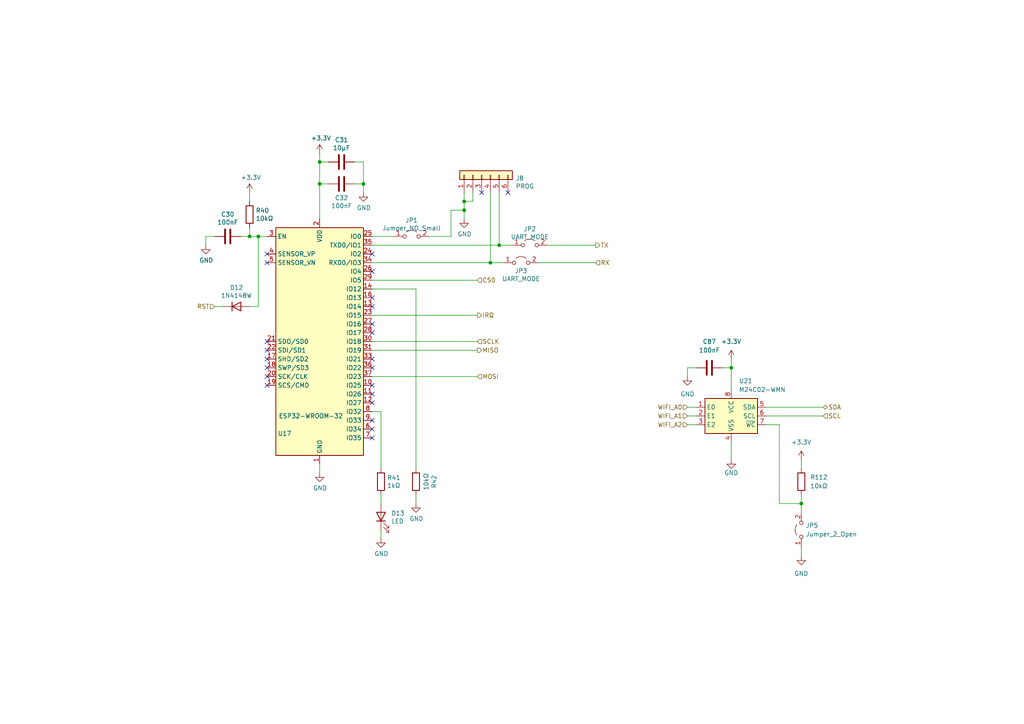
<source format=kicad_sch>
(kicad_sch (version 20230121) (generator eeschema)
  (paper "A4")
  (lib_symbols
    (symbol "Connector_Generic:Conn_01x06" (pin_names (offset 1.016) hide)
      (property "Reference" "J" (at 0 7.62 0))
      (property "Value" "Conn_01x06" (at 0 -10.16 0))
      (symbol "Conn_01x06_1_1"
        (rectangle (start -1.27 -7.493) (end 0 -7.747) (stroke (width 0.1524)))
        (rectangle (start -1.27 -4.953) (end 0 -5.207) (stroke (width 0.1524)))
        (rectangle (start -1.27 -2.413) (end 0 -2.667) (stroke (width 0.1524)))
        (rectangle (start -1.27 0.127) (end 0 -0.127) (stroke (width 0.1524)))
        (rectangle (start -1.27 2.667) (end 0 2.413) (stroke (width 0.1524)))
        (rectangle (start -1.27 5.207) (end 0 4.953) (stroke (width 0.1524)))
        (rectangle (start -1.27 6.35) (end 1.27 -8.89) (stroke (width 0.254)) (fill (type background)))
        (pin passive line (at -5.08 5.08 0) (length 3.81) (name "Pin_1") (number "1"))
        (pin passive line (at -5.08 2.54 0) (length 3.81) (name "Pin_2") (number "2"))
        (pin passive line (at -5.08 0 0) (length 3.81) (name "Pin_3") (number "3"))
        (pin passive line (at -5.08 -2.54 0) (length 3.81) (name "Pin_4") (number "4"))
        (pin passive line (at -5.08 -5.08 0) (length 3.81) (name "Pin_5") (number "5"))
        (pin passive line (at -5.08 -7.62 0) (length 3.81) (name "Pin_6") (number "6"))
      )
    )
    (symbol "Device:C" (pin_numbers hide) (pin_names (offset 0.254))
      (property "Reference" "C" (at 0.635 2.54 0))
      (property "Value" "C" (at 0.635 -2.54 0))
      (symbol "C_0_1"
        (polyline (pts (xy -2.032 -0.762) (xy 2.032 -0.762)) (stroke (width 0.508)))
        (polyline (pts (xy -2.032 0.762) (xy 2.032 0.762)) (stroke (width 0.508)))
      )
      (symbol "C_1_1"
        (pin passive line (at 0 3.81 270) (length 2.794) (name "~") (number "1"))
        (pin passive line (at 0 -3.81 90) (length 2.794) (name "~") (number "2"))
      )
    )
    (symbol "Device:D" (pin_numbers hide) (pin_names (offset 1.016) hide)
      (property "Reference" "D" (at 0 2.54 0))
      (property "Value" "D" (at 0 -2.54 0))
      (symbol "D_0_1"
        (polyline (pts (xy -1.27 1.27) (xy -1.27 -1.27)) (stroke (width 0.254)))
        (polyline (pts (xy 1.27 0) (xy -1.27 0)))
        (polyline (pts (xy 1.27 1.27) (xy 1.27 -1.27) (xy -1.27 0) (xy 1.27 1.27)) (stroke (width 0.254)))
      )
      (symbol "D_1_1"
        (pin passive line (at -3.81 0 0) (length 2.54) (name "K") (number "1"))
        (pin passive line (at 3.81 0 180) (length 2.54) (name "A") (number "2"))
      )
    )
    (symbol "Device:LED" (pin_numbers hide) (pin_names (offset 1.016) hide)
      (property "Reference" "D" (at 0 2.54 0))
      (property "Value" "LED" (at 0 -2.54 0))
      (symbol "LED_0_1"
        (polyline (pts (xy -1.27 -1.27) (xy -1.27 1.27)) (stroke (width 0.254)))
        (polyline (pts (xy -1.27 0) (xy 1.27 0)))
        (polyline (pts (xy 1.27 -1.27) (xy 1.27 1.27) (xy -1.27 0) (xy 1.27 -1.27)) (stroke (width 0.254)))
        (polyline (pts (xy -3.048 -0.762) (xy -4.572 -2.286) (xy -3.81 -2.286) (xy -4.572 -2.286) (xy -4.572 -1.524)))
        (polyline (pts (xy -1.778 -0.762) (xy -3.302 -2.286) (xy -2.54 -2.286) (xy -3.302 -2.286) (xy -3.302 -1.524)))
      )
      (symbol "LED_1_1"
        (pin passive line (at -3.81 0 0) (length 2.54) (name "K") (number "1"))
        (pin passive line (at 3.81 0 180) (length 2.54) (name "A") (number "2"))
      )
    )
    (symbol "Device:R" (pin_numbers hide) (pin_names (offset 0))
      (property "Reference" "R" (at 2.032 0 90))
      (property "Value" "R" (at 0 0 90))
      (symbol "R_0_1"
        (rectangle (start -1.016 -2.54) (end 1.016 2.54) (stroke (width 0.254)))
      )
      (symbol "R_1_1"
        (pin passive line (at 0 3.81 270) (length 1.27) (name "~") (number "1"))
        (pin passive line (at 0 -3.81 90) (length 1.27) (name "~") (number "2"))
      )
    )
    (symbol "Jumper:Jumper_2_Open" (pin_names (offset 0) hide)
      (property "Reference" "JP" (at 0 2.794 0))
      (property "Value" "Jumper_2_Open" (at 0 -2.286 0))
      (symbol "Jumper_2_Open_0_0"
        (circle (center -2.032 0) (radius 0.508))
        (circle (center 2.032 0) (radius 0.508))
      )
      (symbol "Jumper_2_Open_0_1"
        (arc (start 1.524 1.27) (mid 0 1.778) (end -1.524 1.27))
      )
      (symbol "Jumper_2_Open_1_1"
        (pin passive line (at -5.08 0 0) (length 2.54) (name "A") (number "1"))
        (pin passive line (at 5.08 0 180) (length 2.54) (name "B") (number "2"))
      )
    )
    (symbol "Memory_EEPROM:M24C02-WMN"
      (property "Reference" "U" (at -6.35 6.35 0))
      (property "Value" "M24C02-WMN" (at 7.62 6.35 0))
      (symbol "M24C02-WMN_0_1"
        (rectangle (start -7.62 5.08) (end 7.62 -5.08) (stroke (width 0.254)) (fill (type background)))
      )
      (symbol "M24C02-WMN_1_1"
        (pin input line (at -10.16 2.54 0) (length 2.54) (name "E0") (number "1"))
        (pin input line (at -10.16 0 0) (length 2.54) (name "E1") (number "2"))
        (pin input line (at -10.16 -2.54 0) (length 2.54) (name "E2") (number "3"))
        (pin power_in line (at 0 -7.62 90) (length 2.54) (name "VSS") (number "4"))
        (pin bidirectional line (at 10.16 2.54 180) (length 2.54) (name "SDA") (number "5"))
        (pin input line (at 10.16 0 180) (length 2.54) (name "SCL") (number "6"))
        (pin input line (at 10.16 -2.54 180) (length 2.54) (name "~{WC}") (number "7"))
        (pin power_in line (at 0 7.62 270) (length 2.54) (name "VCC") (number "8"))
      )
    )
    (symbol "RF_Module:ESP32-WROOM-32"
      (property "Reference" "U" (at -12.7 34.29 0))
      (property "Value" "ESP32-WROOM-32" (at 1.27 34.29 0))
      (symbol "ESP32-WROOM-32_0_1"
        (rectangle (start -12.7 33.02) (end 12.7 -33.02) (stroke (width 0.254)) (fill (type background)))
      )
      (symbol "ESP32-WROOM-32_1_1"
        (pin power_in line (at 0 -35.56 90) (length 2.54) (name "GND") (number "1"))
        (pin bidirectional line (at 15.24 -12.7 180) (length 2.54) (name "IO25") (number "10"))
        (pin bidirectional line (at 15.24 -15.24 180) (length 2.54) (name "IO26") (number "11"))
        (pin bidirectional line (at 15.24 -17.78 180) (length 2.54) (name "IO27") (number "12"))
        (pin bidirectional line (at 15.24 10.16 180) (length 2.54) (name "IO14") (number "13"))
        (pin bidirectional line (at 15.24 15.24 180) (length 2.54) (name "IO12") (number "14"))
        (pin passive line (at 0 -35.56 90) (length 2.54) hide (name "GND") (number "15"))
        (pin bidirectional line (at 15.24 12.7 180) (length 2.54) (name "IO13") (number "16"))
        (pin bidirectional line (at -15.24 -5.08 0) (length 2.54) (name "SHD/SD2") (number "17"))
        (pin bidirectional line (at -15.24 -7.62 0) (length 2.54) (name "SWP/SD3") (number "18"))
        (pin bidirectional line (at -15.24 -12.7 0) (length 2.54) (name "SCS/CMD") (number "19"))
        (pin power_in line (at 0 35.56 270) (length 2.54) (name "VDD") (number "2"))
        (pin bidirectional line (at -15.24 -10.16 0) (length 2.54) (name "SCK/CLK") (number "20"))
        (pin bidirectional line (at -15.24 0 0) (length 2.54) (name "SDO/SD0") (number "21"))
        (pin bidirectional line (at -15.24 -2.54 0) (length 2.54) (name "SDI/SD1") (number "22"))
        (pin bidirectional line (at 15.24 7.62 180) (length 2.54) (name "IO15") (number "23"))
        (pin bidirectional line (at 15.24 25.4 180) (length 2.54) (name "IO2") (number "24"))
        (pin bidirectional line (at 15.24 30.48 180) (length 2.54) (name "IO0") (number "25"))
        (pin bidirectional line (at 15.24 20.32 180) (length 2.54) (name "IO4") (number "26"))
        (pin bidirectional line (at 15.24 5.08 180) (length 2.54) (name "IO16") (number "27"))
        (pin bidirectional line (at 15.24 2.54 180) (length 2.54) (name "IO17") (number "28"))
        (pin bidirectional line (at 15.24 17.78 180) (length 2.54) (name "IO5") (number "29"))
        (pin input line (at -15.24 30.48 0) (length 2.54) (name "EN") (number "3"))
        (pin bidirectional line (at 15.24 0 180) (length 2.54) (name "IO18") (number "30"))
        (pin bidirectional line (at 15.24 -2.54 180) (length 2.54) (name "IO19") (number "31"))
        (pin no_connect line (at -12.7 -27.94 0) (length 2.54) hide (name "NC") (number "32"))
        (pin bidirectional line (at 15.24 -5.08 180) (length 2.54) (name "IO21") (number "33"))
        (pin bidirectional line (at 15.24 22.86 180) (length 2.54) (name "RXD0/IO3") (number "34"))
        (pin bidirectional line (at 15.24 27.94 180) (length 2.54) (name "TXD0/IO1") (number "35"))
        (pin bidirectional line (at 15.24 -7.62 180) (length 2.54) (name "IO22") (number "36"))
        (pin bidirectional line (at 15.24 -10.16 180) (length 2.54) (name "IO23") (number "37"))
        (pin passive line (at 0 -35.56 90) (length 2.54) hide (name "GND") (number "38"))
        (pin passive line (at 0 -35.56 90) (length 2.54) hide (name "GND") (number "39"))
        (pin input line (at -15.24 25.4 0) (length 2.54) (name "SENSOR_VP") (number "4"))
        (pin input line (at -15.24 22.86 0) (length 2.54) (name "SENSOR_VN") (number "5"))
        (pin input line (at 15.24 -25.4 180) (length 2.54) (name "IO34") (number "6"))
        (pin input line (at 15.24 -27.94 180) (length 2.54) (name "IO35") (number "7"))
        (pin bidirectional line (at 15.24 -20.32 180) (length 2.54) (name "IO32") (number "8"))
        (pin bidirectional line (at 15.24 -22.86 180) (length 2.54) (name "IO33") (number "9"))
      )
    )
    (symbol "power:+3.3V" (power) (pin_names (offset 0))
      (property "Value" "+3.3V" (at 0 3.556 0))
      (symbol "+3.3V_0_1"
        (polyline (pts (xy -0.762 1.27) (xy 0 2.54)))
        (polyline (pts (xy 0 0) (xy 0 2.54)))
        (polyline (pts (xy 0 2.54) (xy 0.762 1.27)))
      )
      (symbol "+3.3V_1_1"
        (pin power_in line (at 0 0 90) (length 0) hide (name "+3.3V") (number "1"))
      )
    )
    (symbol "power:GND" (power) (pin_names (offset 0))
      (property "Value" "GND" (at 0 -3.81 0))
      (symbol "GND_0_1"
        (polyline (pts (xy 0 0) (xy 0 -1.27) (xy 1.27 -1.27) (xy 0 -2.54) (xy -1.27 -1.27) (xy 0 -1.27)))
      )
      (symbol "GND_1_1"
        (pin power_in line (at 0 0 270) (length 0) hide (name "GND") (number "1"))
      )
    )
  )
  (junction (at 144.78 71.12))
  (junction (at 72.39 68.58))
  (junction (at 92.71 46.99))
  (junction (at 74.93 68.58))
  (junction (at 105.41 53.34))
  (junction (at 92.71 53.34))
  (junction (at 134.62 60.96))
  (junction (at 232.41 146.05))
  (junction (at 134.62 58.42))
  (junction (at 212.09 106.68))
  (junction (at 142.24 76.2))
  (no_connect (at 107.95 86.36))
  (no_connect (at 107.95 127))
  (no_connect (at 77.47 101.6))
  (no_connect (at 107.95 96.52))
  (no_connect (at 107.95 116.84))
  (no_connect (at 147.32 55.88))
  (no_connect (at 107.95 104.14))
  (no_connect (at 107.95 106.68))
  (no_connect (at 107.95 78.74))
  (no_connect (at 107.95 124.46))
  (no_connect (at 77.47 76.2))
  (no_connect (at 77.47 111.76))
  (no_connect (at 77.47 73.66))
  (no_connect (at 107.95 121.92))
  (no_connect (at 107.95 93.98))
  (no_connect (at 139.7 55.88))
  (no_connect (at 77.47 99.06))
  (no_connect (at 107.95 111.76))
  (no_connect (at 77.47 104.14))
  (no_connect (at 107.95 73.66))
  (no_connect (at 77.47 106.68))
  (no_connect (at 77.47 109.22))
  (no_connect (at 107.95 114.3))
  (no_connect (at 107.95 88.9))
  (wire (pts (xy 74.93 68.58) (xy 74.93 88.9)))
  (wire (pts (xy 156.21 76.2) (xy 172.72 76.2)))
  (wire (pts (xy 130.81 68.58) (xy 130.81 60.96)))
  (wire (pts (xy 92.71 44.45) (xy 92.71 46.99)))
  (wire (pts (xy 212.09 128.27) (xy 212.09 133.35)))
  (wire (pts (xy 102.87 46.99) (xy 105.41 46.99)))
  (wire (pts (xy 107.95 68.58) (xy 114.3 68.58)))
  (wire (pts (xy 110.49 153.67) (xy 110.49 156.21)))
  (wire (pts (xy 62.23 68.58) (xy 59.69 68.58)))
  (wire (pts (xy 212.09 104.14) (xy 212.09 106.68)))
  (wire (pts (xy 137.16 55.88) (xy 137.16 58.42)))
  (wire (pts (xy 120.65 83.82) (xy 120.65 135.89)))
  (wire (pts (xy 102.87 53.34) (xy 105.41 53.34)))
  (wire (pts (xy 226.06 146.05) (xy 232.41 146.05)))
  (wire (pts (xy 172.72 71.12) (xy 158.75 71.12)))
  (wire (pts (xy 232.41 158.75) (xy 232.41 161.29)))
  (wire (pts (xy 130.81 60.96) (xy 134.62 60.96)))
  (wire (pts (xy 110.49 119.38) (xy 110.49 135.89)))
  (wire (pts (xy 107.95 71.12) (xy 144.78 71.12)))
  (wire (pts (xy 144.78 71.12) (xy 148.59 71.12)))
  (wire (pts (xy 72.39 58.42) (xy 72.39 55.88)))
  (wire (pts (xy 110.49 146.05) (xy 110.49 143.51)))
  (wire (pts (xy 107.95 99.06) (xy 138.43 99.06)))
  (wire (pts (xy 120.65 83.82) (xy 107.95 83.82)))
  (wire (pts (xy 232.41 146.05) (xy 232.41 143.51)))
  (wire (pts (xy 222.25 123.19) (xy 226.06 123.19)))
  (wire (pts (xy 134.62 60.96) (xy 134.62 63.5)))
  (wire (pts (xy 201.93 106.68) (xy 199.39 106.68)))
  (wire (pts (xy 232.41 133.35) (xy 232.41 135.89)))
  (wire (pts (xy 107.95 109.22) (xy 138.43 109.22)))
  (wire (pts (xy 124.46 68.58) (xy 130.81 68.58)))
  (wire (pts (xy 134.62 58.42) (xy 134.62 60.96)))
  (wire (pts (xy 107.95 119.38) (xy 110.49 119.38)))
  (wire (pts (xy 92.71 63.5) (xy 92.71 53.34)))
  (wire (pts (xy 222.25 118.11) (xy 238.76 118.11)))
  (wire (pts (xy 92.71 53.34) (xy 92.71 46.99)))
  (wire (pts (xy 72.39 68.58) (xy 74.93 68.58)))
  (wire (pts (xy 69.85 68.58) (xy 72.39 68.58)))
  (wire (pts (xy 142.24 76.2) (xy 107.95 76.2)))
  (wire (pts (xy 209.55 106.68) (xy 212.09 106.68)))
  (wire (pts (xy 137.16 58.42) (xy 134.62 58.42)))
  (wire (pts (xy 222.25 120.65) (xy 238.76 120.65)))
  (wire (pts (xy 226.06 123.19) (xy 226.06 146.05)))
  (wire (pts (xy 92.71 134.62) (xy 92.71 137.16)))
  (wire (pts (xy 232.41 146.05) (xy 232.41 148.59)))
  (wire (pts (xy 212.09 106.68) (xy 212.09 113.03)))
  (wire (pts (xy 134.62 58.42) (xy 134.62 55.88)))
  (wire (pts (xy 107.95 101.6) (xy 138.43 101.6)))
  (wire (pts (xy 144.78 71.12) (xy 144.78 55.88)))
  (wire (pts (xy 199.39 123.19) (xy 201.93 123.19)))
  (wire (pts (xy 201.93 118.11) (xy 199.39 118.11)))
  (wire (pts (xy 92.71 53.34) (xy 95.25 53.34)))
  (wire (pts (xy 105.41 53.34) (xy 105.41 55.88)))
  (wire (pts (xy 59.69 68.58) (xy 59.69 71.12)))
  (wire (pts (xy 62.23 88.9) (xy 64.77 88.9)))
  (wire (pts (xy 142.24 76.2) (xy 146.05 76.2)))
  (wire (pts (xy 74.93 68.58) (xy 77.47 68.58)))
  (wire (pts (xy 107.95 91.44) (xy 138.43 91.44)))
  (wire (pts (xy 72.39 68.58) (xy 72.39 66.04)))
  (wire (pts (xy 74.93 88.9) (xy 72.39 88.9)))
  (wire (pts (xy 199.39 106.68) (xy 199.39 109.22)))
  (wire (pts (xy 199.39 120.65) (xy 201.93 120.65)))
  (wire (pts (xy 120.65 143.51) (xy 120.65 146.05)))
  (wire (pts (xy 105.41 46.99) (xy 105.41 53.34)))
  (wire (pts (xy 142.24 55.88) (xy 142.24 76.2)))
  (wire (pts (xy 92.71 46.99) (xy 95.25 46.99)))
  (wire (pts (xy 107.95 81.28) (xy 138.43 81.28)))
  (hierarchical_label "WIFI_A1" (shape input) (at 199.39 120.65 180))
  (hierarchical_label "SCLK" (shape input) (at 138.43 99.06 0))
  (hierarchical_label "MOSI" (shape input) (at 138.43 109.22 0))
  (hierarchical_label "TX" (shape output) (at 172.72 71.12 0))
  (hierarchical_label "RST" (shape input) (at 62.23 88.9 180))
  (hierarchical_label "MISO" (shape output) (at 138.43 101.6 0))
  (hierarchical_label "SCL" (shape input) (at 238.76 120.65 0))
  (hierarchical_label "SDA" (shape bidirectional) (at 238.76 118.11 0))
  (hierarchical_label "RX" (shape input) (at 172.72 76.2 0))
  (hierarchical_label "IRQ" (shape output) (at 138.43 91.44 0))
  (hierarchical_label "CS0" (shape input) (at 138.43 81.28 0))
  (hierarchical_label "WIFI_A2" (shape input) (at 199.39 123.19 180))
  (hierarchical_label "WIFI_A0" (shape input) (at 199.39 118.11 180))
  (symbol (lib_id "power:GND") (at 120.65 146.05 0) (unit 1)
    (property "Reference" "#PWR087" (effects hide))
    (property "Value" "GND" (at 120.777 150.4442 0))
    (instances (project "z80laptop" (path "" (reference "#PWR087") (unit 1))) (project "d1000" (path "" (reference "#PWR0156") (unit 1))))
  )
  (symbol (lib_id "Device:D") (at 68.58 88.9 0) (unit 1)
    (property "Reference" "D12" (at 68.58 83.4136 0))
    (property "Value" "1N4148W" (at 68.58 85.725 0))
    (property "Footprint" "Diode_SMD:D_SOD-123F" (effects hide))
    (property "Sim.Device" "D" (effects hide))
    (property "Sim.Pins" "1=K 2=A" (effects hide))
    (instances (project "z80laptop" (path "" (reference "D12") (unit 1))) (project "d1000" (path "" (reference "D2") (unit 1))))
  )
  (symbol (lib_id "Jumper:Jumper_2_Open") (at 151.13 76.2 0) (unit 1)
    (property "Reference" "JP3" (at 151.13 78.5622 0))
    (property "Value" "UART_MODE" (at 151.13 80.8736 0))
    (property "Footprint" "Connector_PinHeader_2.54mm:PinHeader_1x02_P2.54mm_Vertical" (effects hide))
  )
  (symbol (lib_id "Memory_EEPROM:M24C02-WMN") (at 212.09 120.65 0) (unit 1)
    (property "Reference" "U21" (at 214.2841 110.49 0) (effects (justify left)))
    (property "Value" "M24C02-WMN" (at 214.2841 113.03 0) (effects (justify left)))
    (property "Footprint" "Package_SO:SOIC-8_3.9x4.9mm_P1.27mm" (effects hide))
    (property "Datasheet" "http://www.st.com/content/ccc/resource/technical/document/datasheet/b0/d8/50/40/5a/85/49/6f/DM00071904.pdf/files/DM00071904.pdf/jcr:content/translations/en.DM00071904.pdf" (effects hide))
  )
  (symbol (lib_id "Device:R") (at 72.39 62.23 0) (unit 1)
    (property "Reference" "R40" (at 74.168 61.0616 0) (effects (justify left)))
    (property "Value" "10kΩ" (at 74.168 63.373 0) (effects (justify left)))
    (property "Footprint" "Resistor_SMD:R_0603_1608Metric_Pad0.98x0.95mm_HandSolder" (effects hide))
    (instances (project "z80laptop" (path "" (reference "R40") (unit 1))) (project "d1000" (path "" (reference "R109") (unit 1))))
  )
  (symbol (lib_id "power:GND") (at 232.41 161.29 0) (unit 1)
    (property "Reference" "#PWR0162" (effects hide))
    (property "Value" "GND" (at 232.41 166.37 0))
  )
  (symbol (lib_id "Device:C") (at 205.74 106.68 90) (unit 1)
    (property "Reference" "C87" (at 205.74 99.06 90))
    (property "Value" "100nF" (at 205.74 101.6 90))
    (property "Footprint" "Capacitor_SMD:C_0603_1608Metric_Pad1.08x0.95mm_HandSolder" (effects hide))
    (property "Part number" "Generic 0603 X7R  50V 10%" (effects hide))
  )
  (symbol (lib_id "power:GND") (at 92.71 137.16 0) (unit 1)
    (property "Reference" "#PWR084" (effects hide))
    (property "Value" "GND" (at 92.837 141.5542 0))
    (instances (project "z80laptop" (path "" (reference "#PWR084") (unit 1))) (project "d1000" (path "" (reference "#PWR0153") (unit 1))))
  )
  (symbol (lib_id "Jumper:Jumper_2_Open") (at 119.38 68.58 0) (unit 1)
    (property "Reference" "JP1" (at 119.38 63.881 0))
    (property "Value" "Jumper_NO_Small" (at 119.38 66.1924 0))
    (property "Footprint" "Connector_PinHeader_2.54mm:PinHeader_1x02_P2.54mm_Vertical" (effects hide))
    (instances (project "z80laptop" (path "" (reference "JP1") (unit 1))) (project "d1000" (path "" (reference "JP2") (unit 1))))
  )
  (symbol (lib_id "power:GND") (at 199.39 109.22 0) (unit 1)
    (property "Reference" "#PWR0158" (effects hide))
    (property "Value" "GND" (at 199.39 114.3 0))
  )
  (symbol (lib_id "Device:C") (at 99.06 46.99 270) (unit 1)
    (property "Reference" "C31" (at 99.06 40.5892 90))
    (property "Value" "10µF" (at 99.06 42.9006 90))
    (property "Footprint" "Capacitor_SMD:C_0805_2012Metric_Pad1.18x1.45mm_HandSolder" (effects hide))
    (instances (project "z80laptop" (path "" (reference "C31") (unit 1))) (project "d1000" (path "" (reference "C85") (unit 1))))
  )
  (symbol (lib_id "power:GND") (at 105.41 55.88 0) (unit 1)
    (property "Reference" "#PWR085" (effects hide))
    (property "Value" "GND" (at 105.537 60.2742 0))
    (instances (project "z80laptop" (path "" (reference "#PWR085") (unit 1))) (project "d1000" (path "" (reference "#PWR0154") (unit 1))))
  )
  (symbol (lib_id "power:+3.3V") (at 212.09 104.14 0) (unit 1)
    (property "Reference" "#PWR0159" (effects hide))
    (property "Value" "+3.3V" (at 212.09 99.06 0))
  )
  (symbol (lib_id "power:GND") (at 134.62 63.5 0) (unit 1)
    (property "Reference" "#PWR088" (effects hide))
    (property "Value" "GND" (at 134.747 67.8942 0))
    (instances (project "z80laptop" (path "" (reference "#PWR088") (unit 1))) (project "d1000" (path "" (reference "#PWR0157") (unit 1))))
  )
  (symbol (lib_id "RF_Module:ESP32-WROOM-32") (at 92.71 99.06 0) (unit 1)
    (property "Reference" "U17" (at 82.55 125.73 0))
    (property "Value" "ESP32-WROOM-32" (at 90.17 120.65 0))
    (property "Footprint" "RF_Module:ESP32-WROOM-32" (effects hide))
    (property "Datasheet" "https://www.espressif.com/sites/default/files/documentation/esp32-wroom-32_datasheet_en.pdf" (effects hide))
    (instances (project "z80laptop" (path "" (reference "U17") (unit 1))) (project "d1000" (path "" (reference "U20") (unit 1))))
  )
  (symbol (lib_id "Device:C") (at 66.04 68.58 270) (unit 1)
    (property "Reference" "C30" (at 66.04 62.1792 90))
    (property "Value" "100nF" (at 66.04 64.4906 90))
    (property "Footprint" "Capacitor_SMD:C_0603_1608Metric_Pad1.08x0.95mm_HandSolder" (effects hide))
    (property "Part number" "Generic 0603 X7R  50V 10%" (effects hide))
    (instances (project "z80laptop" (path "" (reference "C30") (unit 1))) (project "d1000" (path "" (reference "C84") (unit 1))))
  )
  (symbol (lib_id "Device:R") (at 120.65 139.7 180) (unit 1)
    (property "Reference" "R42" (at 125.9078 139.7 90))
    (property "Value" "10kΩ" (at 123.5964 139.7 90))
    (property "Footprint" "Resistor_SMD:R_0603_1608Metric_Pad0.98x0.95mm_HandSolder" (effects hide))
    (instances (project "z80laptop" (path "" (reference "R42") (unit 1))) (project "d1000" (path "" (reference "R111") (unit 1))))
  )
  (symbol (lib_id "Jumper:Jumper_2_Open") (at 232.41 153.67 90) (unit 1)
    (property "Reference" "JP5" (at 233.68 152.4 90) (effects (justify right)))
    (property "Value" "Jumper_2_Open" (at 233.68 154.94 90) (effects (justify right)))
    (property "Footprint" "Connector_PinHeader_2.54mm:PinHeader_1x02_P2.54mm_Vertical" (effects hide))
  )
  (symbol (lib_id "power:GND") (at 110.49 156.21 0) (unit 1)
    (property "Reference" "#PWR086" (effects hide))
    (property "Value" "GND" (at 110.617 160.6042 0))
    (instances (project "z80laptop" (path "" (reference "#PWR086") (unit 1))) (project "d1000" (path "" (reference "#PWR0155") (unit 1))))
  )
  (symbol (lib_id "Device:R") (at 110.49 139.7 180) (unit 1)
    (property "Reference" "R41" (at 112.268 138.5316 0) (effects (justify right)))
    (property "Value" "1kΩ" (at 112.268 140.843 0) (effects (justify right)))
    (property "Footprint" "Resistor_SMD:R_0603_1608Metric_Pad0.98x0.95mm_HandSolder" (effects hide))
    (instances (project "z80laptop" (path "" (reference "R41") (unit 1))) (project "d1000" (path "" (reference "R110") (unit 1))))
  )
  (symbol (lib_id "Device:LED") (at 110.49 149.86 90) (unit 1)
    (property "Reference" "D13" (at 113.4618 148.8694 90) (effects (justify right)))
    (property "Value" "LED" (at 113.4618 151.1808 90) (effects (justify right)))
    (property "Footprint" "Diode_SMD:D_0603_1608Metric" (effects hide))
    (instances (project "z80laptop" (path "" (reference "D13") (unit 1))) (project "d1000" (path "" (reference "D3") (unit 1))))
  )
  (symbol (lib_id "power:GND") (at 212.09 133.35 0) (unit 1)
    (property "Reference" "#PWR0160" (effects hide))
    (property "Value" "GND" (at 212.09 137.16 0))
  )
  (symbol (lib_id "power:+3.3V") (at 92.71 44.45 0) (unit 1)
    (property "Reference" "#PWR083" (effects hide))
    (property "Value" "+3.3V" (at 93.091 40.0558 0))
    (instances (project "z80laptop" (path "" (reference "#PWR083") (unit 1))) (project "d1000" (path "" (reference "#PWR0152") (unit 1))))
  )
  (symbol (lib_id "power:GND") (at 59.69 71.12 0) (unit 1)
    (property "Reference" "#PWR081" (effects hide))
    (property "Value" "GND" (at 59.817 75.5142 0))
    (instances (project "z80laptop" (path "" (reference "#PWR081") (unit 1))) (project "d1000" (path "" (reference "#PWR0150") (unit 1))))
  )
  (symbol (lib_id "power:+3.3V") (at 232.41 133.35 0) (unit 1)
    (property "Reference" "#PWR0161" (effects hide))
    (property "Value" "+3.3V" (at 232.41 128.27 0))
  )
  (symbol (lib_id "Connector_Generic:Conn_01x06") (at 139.7 50.8 90) (unit 1)
    (property "Reference" "J8" (at 149.5552 51.7144 90) (effects (justify right)))
    (property "Value" "PROG" (at 149.5552 54.0258 90) (effects (justify right)))
    (property "Footprint" "Connector_PinHeader_2.54mm:PinHeader_1x06_P2.54mm_Vertical" (effects hide))
    (instances (project "z80laptop" (path "" (reference "J8") (unit 1))) (project "d1000" (path "" (reference "J12") (unit 1))))
  )
  (symbol (lib_id "Device:C") (at 99.06 53.34 270) (unit 1)
    (property "Reference" "C32" (at 99.06 57.404 90))
    (property "Value" "100nF" (at 99.06 59.7154 90))
    (property "Footprint" "Capacitor_SMD:C_0603_1608Metric_Pad1.08x0.95mm_HandSolder" (effects hide))
    (property "Part number" "Generic 0603 X7R  50V 10%" (effects hide))
    (instances (project "z80laptop" (path "" (reference "C32") (unit 1))) (project "d1000" (path "" (reference "C86") (unit 1))))
  )
  (symbol (lib_id "Jumper:Jumper_2_Open") (at 153.67 71.12 0) (unit 1)
    (property "Reference" "JP2" (at 153.67 66.421 0))
    (property "Value" "UART_MODE" (at 153.67 68.7324 0))
    (property "Footprint" "Connector_PinHeader_2.54mm:PinHeader_1x02_P2.54mm_Vertical" (effects hide))
    (instances (project "z80laptop" (path "" (reference "JP2") (unit 1))) (project "d1000" (path "" (reference "JP4") (unit 1))))
  )
  (symbol (lib_id "Device:R") (at 232.41 139.7 0) (unit 1)
    (property "Reference" "R112" (at 234.95 138.43 0) (effects (justify left)))
    (property "Value" "10kΩ" (at 234.95 140.97 0) (effects (justify left)))
    (property "Footprint" "Resistor_SMD:R_0603_1608Metric_Pad0.98x0.95mm_HandSolder" (effects hide))
  )
  (symbol (lib_id "power:+3.3V") (at 72.39 55.88 0) (unit 1)
    (property "Reference" "#PWR082" (effects hide))
    (property "Value" "+3.3V" (at 72.771 51.4858 0))
    (instances (project "z80laptop" (path "" (reference "#PWR082") (unit 1))) (project "d1000" (path "" (reference "#PWR0151") (unit 1))))
  )
)
</source>
